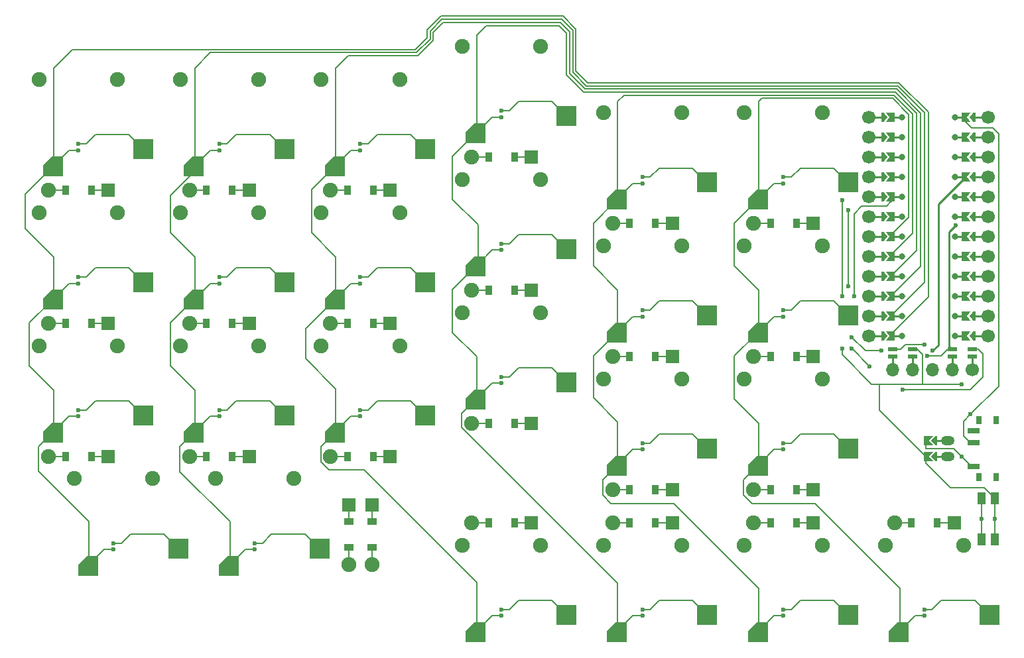
<source format=gbr>
%TF.GenerationSoftware,KiCad,Pcbnew,8.0.7*%
%TF.CreationDate,2025-01-05T11:09:37-06:00*%
%TF.ProjectId,omega_pcb_mbx_b0.2,6f6d6567-615f-4706-9362-5f6d62785f62,v1.0.0*%
%TF.SameCoordinates,Original*%
%TF.FileFunction,Copper,L1,Top*%
%TF.FilePolarity,Positive*%
%FSLAX46Y46*%
G04 Gerber Fmt 4.6, Leading zero omitted, Abs format (unit mm)*
G04 Created by KiCad (PCBNEW 8.0.7) date 2025-01-05 11:09:37*
%MOMM*%
%LPD*%
G01*
G04 APERTURE LIST*
G04 Aperture macros list*
%AMOutline5P*
0 Free polygon, 5 corners , with rotation*
0 The origin of the aperture is its center*
0 number of corners: always 5*
0 $1 to $10 corner X, Y*
0 $11 Rotation angle, in degrees counterclockwise*
0 create outline with 5 corners*
4,1,5,$1,$2,$3,$4,$5,$6,$7,$8,$9,$10,$1,$2,$11*%
%AMOutline6P*
0 Free polygon, 6 corners , with rotation*
0 The origin of the aperture is its center*
0 number of corners: always 6*
0 $1 to $12 corner X, Y*
0 $13 Rotation angle, in degrees counterclockwise*
0 create outline with 6 corners*
4,1,6,$1,$2,$3,$4,$5,$6,$7,$8,$9,$10,$11,$12,$1,$2,$13*%
%AMOutline7P*
0 Free polygon, 7 corners , with rotation*
0 The origin of the aperture is its center*
0 number of corners: always 7*
0 $1 to $14 corner X, Y*
0 $15 Rotation angle, in degrees counterclockwise*
0 create outline with 7 corners*
4,1,7,$1,$2,$3,$4,$5,$6,$7,$8,$9,$10,$11,$12,$13,$14,$1,$2,$15*%
%AMOutline8P*
0 Free polygon, 8 corners , with rotation*
0 The origin of the aperture is its center*
0 number of corners: always 8*
0 $1 to $16 corner X, Y*
0 $17 Rotation angle, in degrees counterclockwise*
0 create outline with 8 corners*
4,1,8,$1,$2,$3,$4,$5,$6,$7,$8,$9,$10,$11,$12,$13,$14,$15,$16,$1,$2,$17*%
%AMFreePoly0*
4,1,6,0.600000,-1.000000,0.000000,-0.400000,-0.600000,-1.000000,-0.600000,0.250000,0.600000,0.250000,0.600000,-1.000000,0.600000,-1.000000,$1*%
%AMFreePoly1*
4,1,6,0.600000,-0.200000,0.600000,-0.400000,-0.600000,-0.400000,-0.600000,-0.200000,0.000000,0.400000,0.600000,-0.200000,0.600000,-0.200000,$1*%
%AMFreePoly2*
4,1,6,0.250000,0.000000,-0.250000,-0.625000,-0.500000,-0.625000,-0.500000,0.625000,-0.250000,0.625000,0.250000,0.000000,0.250000,0.000000,$1*%
%AMFreePoly3*
4,1,6,0.500000,-0.625000,-0.650000,-0.625000,-0.150000,0.000000,-0.650000,0.625000,0.500000,0.625000,0.500000,-0.625000,0.500000,-0.625000,$1*%
G04 Aperture macros list end*
%TA.AperFunction,ComponentPad*%
%ADD10R,1.778000X1.778000*%
%TD*%
%TA.AperFunction,SMDPad,CuDef*%
%ADD11R,0.900000X1.200000*%
%TD*%
%TA.AperFunction,ComponentPad*%
%ADD12C,1.905000*%
%TD*%
%TA.AperFunction,ComponentPad*%
%ADD13O,1.700000X1.700000*%
%TD*%
%TA.AperFunction,ComponentPad*%
%ADD14C,1.700000*%
%TD*%
%TA.AperFunction,SMDPad,CuDef*%
%ADD15R,1.200000X0.600000*%
%TD*%
%TA.AperFunction,SMDPad,CuDef*%
%ADD16R,1.200000X0.900000*%
%TD*%
%TA.AperFunction,ComponentPad*%
%ADD17C,1.900000*%
%TD*%
%TA.AperFunction,SMDPad,CuDef*%
%ADD18Outline5P,-1.300000X1.300000X1.300000X1.300000X1.300000X-0.117000X0.117000X-1.300000X-1.300000X-1.300000X180.000000*%
%TD*%
%TA.AperFunction,SMDPad,CuDef*%
%ADD19R,2.600000X2.600000*%
%TD*%
%TA.AperFunction,SMDPad,CuDef*%
%ADD20R,1.000000X1.550000*%
%TD*%
%TA.AperFunction,SMDPad,CuDef*%
%ADD21FreePoly0,90.000000*%
%TD*%
%TA.AperFunction,ComponentPad*%
%ADD22O,1.750000X1.200000*%
%TD*%
%TA.AperFunction,SMDPad,CuDef*%
%ADD23FreePoly1,90.000000*%
%TD*%
%TA.AperFunction,SMDPad,CuDef*%
%ADD24FreePoly2,180.000000*%
%TD*%
%TA.AperFunction,SMDPad,CuDef*%
%ADD25FreePoly2,0.000000*%
%TD*%
%TA.AperFunction,ComponentPad*%
%ADD26C,0.800000*%
%TD*%
%TA.AperFunction,SMDPad,CuDef*%
%ADD27FreePoly3,180.000000*%
%TD*%
%TA.AperFunction,SMDPad,CuDef*%
%ADD28FreePoly3,0.000000*%
%TD*%
%TA.AperFunction,SMDPad,CuDef*%
%ADD29R,0.800000X1.000000*%
%TD*%
%TA.AperFunction,SMDPad,CuDef*%
%ADD30R,1.500000X0.700000*%
%TD*%
%TA.AperFunction,ViaPad*%
%ADD31C,0.600000*%
%TD*%
%TA.AperFunction,Conductor*%
%ADD32C,0.200000*%
%TD*%
%TA.AperFunction,Conductor*%
%ADD33C,0.250000*%
%TD*%
G04 APERTURE END LIST*
D10*
%TO.P,D21,1*%
%TO.N,P10*%
X133810000Y-97500000D03*
D11*
X131650000Y-97500000D03*
%TO.P,D21,2*%
%TO.N,fifth_only*%
X128350000Y-97500000D03*
D12*
X126190000Y-97500000D03*
%TD*%
D10*
%TO.P,D6,1*%
%TO.N,P15*%
X61810000Y-55000000D03*
D11*
X59650000Y-55000000D03*
%TO.P,D6,2*%
%TO.N,pinky_top*%
X56350000Y-55000000D03*
D12*
X54190000Y-55000000D03*
%TD*%
D10*
%TO.P,D18,1*%
%TO.N,P15*%
X133810000Y-59250000D03*
D11*
X131650000Y-59250000D03*
%TO.P,D18,2*%
%TO.N,inner_top*%
X128350000Y-59250000D03*
D12*
X126190000Y-59250000D03*
%TD*%
D10*
%TO.P,D10,1*%
%TO.N,P16*%
X97810000Y-84750000D03*
D11*
X95650000Y-84750000D03*
%TO.P,D10,2*%
%TO.N,middle_bottom*%
X92350000Y-84750000D03*
D12*
X90190000Y-84750000D03*
%TD*%
D10*
%TO.P,D16,1*%
%TO.N,P16*%
X133810000Y-93250000D03*
D11*
X131650000Y-93250000D03*
%TO.P,D16,2*%
%TO.N,inner_bottom*%
X128350000Y-93250000D03*
D12*
X126190000Y-93250000D03*
%TD*%
D10*
%TO.P,D7,1*%
%TO.N,P16*%
X79810000Y-89000000D03*
D11*
X77650000Y-89000000D03*
%TO.P,D7,2*%
%TO.N,ring_bottom*%
X74350000Y-89000000D03*
D12*
X72190000Y-89000000D03*
%TD*%
D10*
%TO.P,D2,1*%
%TO.N,P14*%
X43810000Y-72000000D03*
D11*
X41650000Y-72000000D03*
%TO.P,D2,2*%
%TO.N,outer_home*%
X38350000Y-72000000D03*
D12*
X36190000Y-72000000D03*
%TD*%
D10*
%TO.P,D3,1*%
%TO.N,P15*%
X43810000Y-55000000D03*
D11*
X41650000Y-55000000D03*
%TO.P,D3,2*%
%TO.N,outer_top*%
X38350000Y-55000000D03*
D12*
X36190000Y-55000000D03*
%TD*%
D10*
%TO.P,D17,1*%
%TO.N,P14*%
X133810000Y-76250000D03*
D11*
X131650000Y-76250000D03*
%TO.P,D17,2*%
%TO.N,inner_home*%
X128350000Y-76250000D03*
D12*
X126190000Y-76250000D03*
%TD*%
D13*
%TO.P,DISP1,1*%
%TO.N,DISP1_1*%
X143920000Y-77950000D03*
%TO.P,DISP1,2*%
%TO.N,DISP1_2*%
X146460000Y-77950000D03*
%TO.P,DISP1,3*%
%TO.N,VCC*%
X149000000Y-77950000D03*
%TO.P,DISP1,4*%
%TO.N,DISP1_4*%
X151540000Y-77950000D03*
D14*
%TO.P,DISP1,5*%
%TO.N,DISP1_5*%
X154080000Y-77950000D03*
D15*
%TO.P,DISP1,10*%
%TO.N,DISP1_1*%
X143920000Y-76200000D03*
%TO.P,DISP1,11*%
%TO.N,DISP1_2*%
X146460000Y-76200000D03*
%TO.P,DISP1,12*%
%TO.N,DISP1_4*%
X151540000Y-76200000D03*
%TO.P,DISP1,13*%
%TO.N,DISP1_5*%
X154080000Y-76200000D03*
%TO.P,DISP1,14*%
%TO.N,P1*%
X143920000Y-75300000D03*
%TO.P,DISP1,15*%
%TO.N,GND*%
X146460000Y-75300000D03*
%TO.P,DISP1,16*%
%TO.N,P3*%
X151540000Y-75300000D03*
%TO.P,DISP1,17*%
%TO.N,P2*%
X154080000Y-75300000D03*
%TD*%
D10*
%TO.P,D1,1*%
%TO.N,P16*%
X43810000Y-89000000D03*
D11*
X41650000Y-89000000D03*
%TO.P,D1,2*%
%TO.N,outer_bottom*%
X38350000Y-89000000D03*
D12*
X36190000Y-89000000D03*
%TD*%
D10*
%TO.P,D8,1*%
%TO.N,P14*%
X79810000Y-72000000D03*
D11*
X77650000Y-72000000D03*
%TO.P,D8,2*%
%TO.N,ring_home*%
X74350000Y-72000000D03*
D12*
X72190000Y-72000000D03*
%TD*%
D10*
%TO.P,D22,1*%
%TO.N,P10*%
X151810000Y-97500000D03*
D11*
X149650000Y-97500000D03*
%TO.P,D22,2*%
%TO.N,sixth_only*%
X146350000Y-97500000D03*
D12*
X144190000Y-97500000D03*
%TD*%
D10*
%TO.P,D23,1*%
%TO.N,P10*%
X77500000Y-95190000D03*
D16*
X77500000Y-97350000D03*
%TO.P,D23,2*%
%TO.N,first_only*%
X77500000Y-100650000D03*
D12*
X77500000Y-102810000D03*
%TD*%
D10*
%TO.P,D4,1*%
%TO.N,P16*%
X61810000Y-89000000D03*
D11*
X59650000Y-89000000D03*
%TO.P,D4,2*%
%TO.N,pinky_bottom*%
X56350000Y-89000000D03*
D12*
X54190000Y-89000000D03*
%TD*%
D10*
%TO.P,D13,1*%
%TO.N,P16*%
X115810000Y-93250000D03*
D11*
X113650000Y-93250000D03*
%TO.P,D13,2*%
%TO.N,index_bottom*%
X110350000Y-93250000D03*
D12*
X108190000Y-93250000D03*
%TD*%
D10*
%TO.P,D12,1*%
%TO.N,P15*%
X97810000Y-50750000D03*
D11*
X95650000Y-50750000D03*
%TO.P,D12,2*%
%TO.N,middle_top*%
X92350000Y-50750000D03*
D12*
X90190000Y-50750000D03*
%TD*%
D10*
%TO.P,D19,1*%
%TO.N,P10*%
X97810000Y-97500000D03*
D11*
X95650000Y-97500000D03*
%TO.P,D19,2*%
%TO.N,third_only*%
X92350000Y-97500000D03*
D12*
X90190000Y-97500000D03*
%TD*%
D10*
%TO.P,D11,1*%
%TO.N,P14*%
X97810000Y-67750000D03*
D11*
X95650000Y-67750000D03*
%TO.P,D11,2*%
%TO.N,middle_home*%
X92350000Y-67750000D03*
D12*
X90190000Y-67750000D03*
%TD*%
D10*
%TO.P,D24,1*%
%TO.N,P10*%
X74500000Y-95190000D03*
D16*
X74500000Y-97350000D03*
%TO.P,D24,2*%
%TO.N,second_only*%
X74500000Y-100650000D03*
D12*
X74500000Y-102810000D03*
%TD*%
D10*
%TO.P,D9,1*%
%TO.N,P15*%
X79810000Y-55000000D03*
D11*
X77650000Y-55000000D03*
%TO.P,D9,2*%
%TO.N,ring_top*%
X74350000Y-55000000D03*
D12*
X72190000Y-55000000D03*
%TD*%
D10*
%TO.P,D20,1*%
%TO.N,P10*%
X115810000Y-97500000D03*
D11*
X113650000Y-97500000D03*
%TO.P,D20,2*%
%TO.N,fourth_only*%
X110350000Y-97500000D03*
D12*
X108190000Y-97500000D03*
%TD*%
D10*
%TO.P,D15,1*%
%TO.N,P15*%
X115810000Y-59250000D03*
D11*
X113650000Y-59250000D03*
%TO.P,D15,2*%
%TO.N,index_top*%
X110350000Y-59250000D03*
D12*
X108190000Y-59250000D03*
%TD*%
D10*
%TO.P,D14,1*%
%TO.N,P14*%
X115810000Y-76250000D03*
D11*
X113650000Y-76250000D03*
%TO.P,D14,2*%
%TO.N,index_home*%
X110350000Y-76250000D03*
D12*
X108190000Y-76250000D03*
%TD*%
D10*
%TO.P,D5,1*%
%TO.N,P14*%
X61810000Y-72000000D03*
D11*
X59650000Y-72000000D03*
%TO.P,D5,2*%
%TO.N,pinky_home*%
X56350000Y-72000000D03*
D12*
X54190000Y-72000000D03*
%TD*%
D17*
%TO.P,S21,*%
%TO.N,*%
X99000000Y-100350000D03*
X89000000Y-100350000D03*
D18*
%TO.P,S21,1*%
%TO.N,P7*%
X90725000Y-111450000D03*
D19*
%TO.P,S21,2*%
%TO.N,third_only*%
X102275000Y-109250000D03*
%TD*%
D20*
%TO.P,RST1,1*%
%TO.N,GND*%
X157000000Y-99625000D03*
%TO.P,RST1,2*%
%TO.N,RST*%
X155300000Y-99625000D03*
%TO.P,RST1,3*%
%TO.N,GND*%
X157000000Y-94375000D03*
%TO.P,RST1,4*%
%TO.N,RST*%
X155300000Y-94375000D03*
%TD*%
D17*
%TO.P,S20,*%
%TO.N,*%
X67500000Y-91850000D03*
X57500000Y-91850000D03*
D18*
%TO.P,S20,1*%
%TO.N,P8*%
X59225000Y-102950000D03*
D19*
%TO.P,S20,2*%
%TO.N,second_only*%
X70775000Y-100750000D03*
%TD*%
D17*
%TO.P,S5,*%
%TO.N,*%
X63000000Y-57850000D03*
X53000000Y-57850000D03*
D18*
%TO.P,S5,1*%
%TO.N,P8*%
X54725000Y-68950000D03*
D19*
%TO.P,S5,2*%
%TO.N,pinky_home*%
X66275000Y-66750000D03*
%TD*%
D17*
%TO.P,S13,*%
%TO.N,*%
X117000000Y-79100000D03*
X107000000Y-79100000D03*
D18*
%TO.P,S13,1*%
%TO.N,P5*%
X108725000Y-90200000D03*
D19*
%TO.P,S13,2*%
%TO.N,index_bottom*%
X120275000Y-88000000D03*
%TD*%
D17*
%TO.P,S4,*%
%TO.N,*%
X63000000Y-74850000D03*
X53000000Y-74850000D03*
D18*
%TO.P,S4,1*%
%TO.N,P8*%
X54725000Y-85950000D03*
D19*
%TO.P,S4,2*%
%TO.N,pinky_bottom*%
X66275000Y-83750000D03*
%TD*%
D17*
%TO.P,S6,*%
%TO.N,*%
X63000000Y-40850000D03*
X53000000Y-40850000D03*
D18*
%TO.P,S6,1*%
%TO.N,P8*%
X54725000Y-51950000D03*
D19*
%TO.P,S6,2*%
%TO.N,pinky_top*%
X66275000Y-49750000D03*
%TD*%
D17*
%TO.P,S11,*%
%TO.N,*%
X99000000Y-53600000D03*
X89000000Y-53600000D03*
D18*
%TO.P,S11,1*%
%TO.N,P6*%
X90725000Y-64700000D03*
D19*
%TO.P,S11,2*%
%TO.N,middle_home*%
X102275000Y-62500000D03*
%TD*%
D17*
%TO.P,S12,*%
%TO.N,*%
X99000000Y-36600000D03*
X89000000Y-36600000D03*
D18*
%TO.P,S12,1*%
%TO.N,P6*%
X90725000Y-47700000D03*
D19*
%TO.P,S12,2*%
%TO.N,middle_top*%
X102275000Y-45500000D03*
%TD*%
D17*
%TO.P,S2,*%
%TO.N,*%
X45000000Y-57850000D03*
X35000000Y-57850000D03*
D18*
%TO.P,S2,1*%
%TO.N,P9*%
X36725000Y-68950000D03*
D19*
%TO.P,S2,2*%
%TO.N,outer_home*%
X48275000Y-66750000D03*
%TD*%
D17*
%TO.P,S3,*%
%TO.N,*%
X45000000Y-40850000D03*
X35000000Y-40850000D03*
D18*
%TO.P,S3,1*%
%TO.N,P9*%
X36725000Y-51950000D03*
D19*
%TO.P,S3,2*%
%TO.N,outer_top*%
X48275000Y-49750000D03*
%TD*%
D21*
%TO.P,JST1,1*%
%TO.N,BAT_P*%
X148184000Y-87000000D03*
%TO.P,JST1,2*%
%TO.N,GND*%
X148184000Y-89000000D03*
D22*
%TO.P,JST1,11*%
%TO.N,JST1_1*%
X151000000Y-87000000D03*
%TO.P,JST1,12*%
%TO.N,JST1_2*%
X151000000Y-89000000D03*
D23*
%TO.P,JST1,21*%
%TO.N,JST1_1*%
X149200000Y-87000000D03*
%TO.P,JST1,22*%
%TO.N,JST1_2*%
X149200000Y-89000000D03*
%TD*%
D24*
%TO.P,MCU1,1*%
%TO.N,MCU1_1*%
X154000000Y-45650000D03*
D14*
X156120000Y-45650000D03*
D24*
%TO.P,MCU1,2*%
%TO.N,MCU1_2*%
X154000000Y-48190000D03*
D14*
X156120000Y-48190000D03*
D24*
%TO.P,MCU1,3*%
%TO.N,MCU1_3*%
X154000000Y-50730000D03*
D14*
X156120000Y-50730000D03*
D24*
%TO.P,MCU1,4*%
%TO.N,MCU1_4*%
X154000000Y-53270000D03*
D14*
X156120000Y-53270000D03*
D24*
%TO.P,MCU1,5*%
%TO.N,MCU1_5*%
X154000000Y-55810000D03*
D14*
X156120000Y-55810000D03*
D24*
%TO.P,MCU1,6*%
%TO.N,MCU1_6*%
X154000000Y-58350000D03*
D14*
X156120000Y-58350000D03*
D24*
%TO.P,MCU1,7*%
%TO.N,MCU1_7*%
X154000000Y-60890000D03*
D14*
X156120000Y-60890000D03*
D24*
%TO.P,MCU1,8*%
%TO.N,MCU1_8*%
X154000000Y-63430000D03*
D14*
X156120000Y-63430000D03*
D24*
%TO.P,MCU1,9*%
%TO.N,MCU1_9*%
X154000000Y-65970000D03*
D14*
X156120000Y-65970000D03*
D24*
%TO.P,MCU1,10*%
%TO.N,MCU1_10*%
X154000000Y-68510000D03*
D14*
X156120000Y-68510000D03*
D24*
%TO.P,MCU1,11*%
%TO.N,MCU1_11*%
X154000000Y-71050000D03*
D14*
X156120000Y-71050000D03*
D24*
%TO.P,MCU1,12*%
%TO.N,MCU1_12*%
X154000000Y-73590000D03*
D14*
X156120000Y-73590000D03*
%TO.P,MCU1,13*%
%TO.N,MCU1_13*%
X140880000Y-73590000D03*
D25*
X143000000Y-73590000D03*
D14*
%TO.P,MCU1,14*%
%TO.N,MCU1_14*%
X140880000Y-71050000D03*
D25*
X143000000Y-71050000D03*
D14*
%TO.P,MCU1,15*%
%TO.N,MCU1_15*%
X140880000Y-68510000D03*
D25*
X143000000Y-68510000D03*
D14*
%TO.P,MCU1,16*%
%TO.N,MCU1_16*%
X140880000Y-65970000D03*
D25*
X143000000Y-65970000D03*
D14*
%TO.P,MCU1,17*%
%TO.N,MCU1_17*%
X140880000Y-63430000D03*
D25*
X143000000Y-63430000D03*
D14*
%TO.P,MCU1,18*%
%TO.N,MCU1_18*%
X140880000Y-60890000D03*
D25*
X143000000Y-60890000D03*
D14*
%TO.P,MCU1,19*%
%TO.N,MCU1_19*%
X140880000Y-58350000D03*
D25*
X143000000Y-58350000D03*
D14*
%TO.P,MCU1,20*%
%TO.N,MCU1_20*%
X140880000Y-55810000D03*
D25*
X143000000Y-55810000D03*
D14*
%TO.P,MCU1,21*%
%TO.N,MCU1_21*%
X140880000Y-53270000D03*
D25*
X143000000Y-53270000D03*
D14*
%TO.P,MCU1,22*%
%TO.N,MCU1_22*%
X140880000Y-50730000D03*
D25*
X143000000Y-50730000D03*
D14*
%TO.P,MCU1,23*%
%TO.N,MCU1_23*%
X140880000Y-48190000D03*
D25*
X143000000Y-48190000D03*
D14*
%TO.P,MCU1,24*%
%TO.N,MCU1_24*%
X140880000Y-45650000D03*
D25*
X143000000Y-45650000D03*
D26*
%TO.P,MCU1,101*%
%TO.N,RAW*%
X151900000Y-45650000D03*
D27*
X153275000Y-45650000D03*
D26*
%TO.P,MCU1,102*%
%TO.N,GND*%
X151900000Y-48190000D03*
D27*
X153275000Y-48190000D03*
D26*
%TO.P,MCU1,103*%
%TO.N,RST*%
X151900000Y-50730000D03*
D27*
X153275000Y-50730000D03*
D26*
%TO.P,MCU1,104*%
%TO.N,VCC*%
X151900000Y-53270000D03*
D27*
X153275000Y-53270000D03*
D26*
%TO.P,MCU1,105*%
%TO.N,P21*%
X151900000Y-55810000D03*
D27*
X153275000Y-55810000D03*
D26*
%TO.P,MCU1,106*%
%TO.N,P20*%
X151900000Y-58350000D03*
D27*
X153275000Y-58350000D03*
D26*
%TO.P,MCU1,107*%
%TO.N,P19*%
X151900000Y-60890000D03*
D27*
X153275000Y-60890000D03*
D26*
%TO.P,MCU1,108*%
%TO.N,P18*%
X151900000Y-63430000D03*
D27*
X153275000Y-63430000D03*
D26*
%TO.P,MCU1,109*%
%TO.N,P15*%
X151900000Y-65970000D03*
D27*
X153275000Y-65970000D03*
D26*
%TO.P,MCU1,110*%
%TO.N,P14*%
X151900000Y-68510000D03*
D27*
X153275000Y-68510000D03*
D26*
%TO.P,MCU1,111*%
%TO.N,P16*%
X151900000Y-71050000D03*
D27*
X153275000Y-71050000D03*
D26*
%TO.P,MCU1,112*%
%TO.N,P10*%
X151900000Y-73590000D03*
D27*
X153275000Y-73590000D03*
D28*
%TO.P,MCU1,113*%
%TO.N,P9*%
X143725000Y-73590000D03*
D26*
X145100000Y-73590000D03*
D28*
%TO.P,MCU1,114*%
%TO.N,P8*%
X143725000Y-71050000D03*
D26*
X145100000Y-71050000D03*
D28*
%TO.P,MCU1,115*%
%TO.N,P7*%
X143725000Y-68510000D03*
D26*
X145100000Y-68510000D03*
D28*
%TO.P,MCU1,116*%
%TO.N,P6*%
X143725000Y-65970000D03*
D26*
X145100000Y-65970000D03*
D28*
%TO.P,MCU1,117*%
%TO.N,P5*%
X143725000Y-63430000D03*
D26*
X145100000Y-63430000D03*
D28*
%TO.P,MCU1,118*%
%TO.N,P4*%
X143725000Y-60890000D03*
D26*
X145100000Y-60890000D03*
D28*
%TO.P,MCU1,119*%
%TO.N,P3*%
X143725000Y-58350000D03*
D26*
X145100000Y-58350000D03*
D28*
%TO.P,MCU1,120*%
%TO.N,P2*%
X143725000Y-55810000D03*
D26*
X145100000Y-55810000D03*
D28*
%TO.P,MCU1,121*%
%TO.N,GND*%
X143725000Y-53270000D03*
D26*
X145100000Y-53270000D03*
D28*
%TO.P,MCU1,122*%
X143725000Y-50730000D03*
D26*
X145100000Y-50730000D03*
D28*
%TO.P,MCU1,123*%
%TO.N,P0*%
X143725000Y-48190000D03*
D26*
X145100000Y-48190000D03*
D28*
%TO.P,MCU1,124*%
%TO.N,P1*%
X143725000Y-45650000D03*
D26*
X145100000Y-45650000D03*
%TD*%
D17*
%TO.P,S18,*%
%TO.N,*%
X135000000Y-45100000D03*
X125000000Y-45100000D03*
D18*
%TO.P,S18,1*%
%TO.N,P4*%
X126725000Y-56200000D03*
D19*
%TO.P,S18,2*%
%TO.N,inner_top*%
X138275000Y-54000000D03*
%TD*%
D17*
%TO.P,S22,*%
%TO.N,*%
X117000000Y-100350000D03*
X107000000Y-100350000D03*
D18*
%TO.P,S22,1*%
%TO.N,P6*%
X108725000Y-111450000D03*
D19*
%TO.P,S22,2*%
%TO.N,fourth_only*%
X120275000Y-109250000D03*
%TD*%
D17*
%TO.P,S7,*%
%TO.N,*%
X81000000Y-74850000D03*
X71000000Y-74850000D03*
D18*
%TO.P,S7,1*%
%TO.N,P7*%
X72725000Y-85950000D03*
D19*
%TO.P,S7,2*%
%TO.N,ring_bottom*%
X84275000Y-83750000D03*
%TD*%
D17*
%TO.P,S1,*%
%TO.N,*%
X45000000Y-74850000D03*
X35000000Y-74850000D03*
D18*
%TO.P,S1,1*%
%TO.N,P9*%
X36725000Y-85950000D03*
D19*
%TO.P,S1,2*%
%TO.N,outer_bottom*%
X48275000Y-83750000D03*
%TD*%
D17*
%TO.P,S24,*%
%TO.N,*%
X153000000Y-100350000D03*
X143000000Y-100350000D03*
D18*
%TO.P,S24,1*%
%TO.N,P4*%
X144725000Y-111450000D03*
D19*
%TO.P,S24,2*%
%TO.N,sixth_only*%
X156275000Y-109250000D03*
%TD*%
D17*
%TO.P,S15,*%
%TO.N,*%
X117000000Y-45100000D03*
X107000000Y-45100000D03*
D18*
%TO.P,S15,1*%
%TO.N,P5*%
X108725000Y-56200000D03*
D19*
%TO.P,S15,2*%
%TO.N,index_top*%
X120275000Y-54000000D03*
%TD*%
D17*
%TO.P,S19,*%
%TO.N,*%
X49500000Y-91850000D03*
X39500000Y-91850000D03*
D18*
%TO.P,S19,1*%
%TO.N,P9*%
X41225000Y-102950000D03*
D19*
%TO.P,S19,2*%
%TO.N,first_only*%
X52775000Y-100750000D03*
%TD*%
D17*
%TO.P,S23,*%
%TO.N,*%
X135000000Y-100350000D03*
X125000000Y-100350000D03*
D18*
%TO.P,S23,1*%
%TO.N,P5*%
X126725000Y-111450000D03*
D19*
%TO.P,S23,2*%
%TO.N,fifth_only*%
X138275000Y-109250000D03*
%TD*%
D17*
%TO.P,S17,*%
%TO.N,*%
X135000000Y-62100000D03*
X125000000Y-62100000D03*
D18*
%TO.P,S17,1*%
%TO.N,P4*%
X126725000Y-73200000D03*
D19*
%TO.P,S17,2*%
%TO.N,inner_home*%
X138275000Y-71000000D03*
%TD*%
D29*
%TO.P,PWR1,*%
%TO.N,*%
X154915000Y-84350000D03*
X154915000Y-91650000D03*
X157125000Y-84350000D03*
X157125000Y-91650000D03*
D30*
%TO.P,PWR1,1*%
%TO.N,BAT_P*%
X154265000Y-90250000D03*
%TO.P,PWR1,2*%
%TO.N,RAW*%
X154265000Y-87250000D03*
%TO.P,PWR1,3*%
%TO.N,N/C*%
X154265000Y-85750000D03*
%TD*%
D17*
%TO.P,S9,*%
%TO.N,*%
X81000000Y-40850000D03*
X71000000Y-40850000D03*
D18*
%TO.P,S9,1*%
%TO.N,P7*%
X72725000Y-51950000D03*
D19*
%TO.P,S9,2*%
%TO.N,ring_top*%
X84275000Y-49750000D03*
%TD*%
D17*
%TO.P,S16,*%
%TO.N,*%
X135000000Y-79100000D03*
X125000000Y-79100000D03*
D18*
%TO.P,S16,1*%
%TO.N,P4*%
X126725000Y-90200000D03*
D19*
%TO.P,S16,2*%
%TO.N,inner_bottom*%
X138275000Y-88000000D03*
%TD*%
D17*
%TO.P,S10,*%
%TO.N,*%
X99000000Y-70600000D03*
X89000000Y-70600000D03*
D18*
%TO.P,S10,1*%
%TO.N,P6*%
X90725000Y-81700000D03*
D19*
%TO.P,S10,2*%
%TO.N,middle_bottom*%
X102275000Y-79500000D03*
%TD*%
D17*
%TO.P,S14,*%
%TO.N,*%
X117000000Y-62100000D03*
X107000000Y-62100000D03*
D18*
%TO.P,S14,1*%
%TO.N,P5*%
X108725000Y-73200000D03*
D19*
%TO.P,S14,2*%
%TO.N,index_home*%
X120275000Y-71000000D03*
%TD*%
D17*
%TO.P,S8,*%
%TO.N,*%
X81000000Y-57850000D03*
X71000000Y-57850000D03*
D18*
%TO.P,S8,1*%
%TO.N,P7*%
X72725000Y-68950000D03*
D19*
%TO.P,S8,2*%
%TO.N,ring_home*%
X84275000Y-66750000D03*
%TD*%
D31*
%TO.N,P9*%
X40000000Y-49875000D03*
X40000000Y-83875000D03*
X44500000Y-100875000D03*
X40000000Y-66875000D03*
%TO.N,outer_bottom*%
X40000000Y-83075000D03*
%TO.N,GND*%
X157000000Y-97000000D03*
X152750000Y-79750000D03*
X137500000Y-68500000D03*
X137500000Y-75241420D03*
X137500000Y-56250000D03*
%TO.N,outer_home*%
X40000000Y-66075000D03*
%TO.N,outer_top*%
X40000000Y-49075000D03*
%TO.N,P8*%
X58000000Y-49875000D03*
X62500000Y-100875000D03*
X58000000Y-83875000D03*
X58000000Y-66875000D03*
%TO.N,pinky_bottom*%
X58000000Y-83075000D03*
%TO.N,pinky_home*%
X58000000Y-66075000D03*
%TO.N,pinky_top*%
X58000000Y-49075000D03*
%TO.N,P7*%
X94000000Y-109375000D03*
X76000000Y-49875000D03*
X76000000Y-66875000D03*
X76000000Y-83875000D03*
%TO.N,ring_bottom*%
X76000000Y-83075000D03*
%TO.N,ring_home*%
X76000000Y-66075000D03*
%TO.N,ring_top*%
X76000000Y-49075000D03*
%TO.N,P6*%
X94000000Y-79625000D03*
X112000000Y-109375000D03*
X94000000Y-45625000D03*
X94000000Y-62625000D03*
%TO.N,middle_bottom*%
X94000000Y-78825000D03*
%TO.N,middle_home*%
X94000000Y-61825000D03*
%TO.N,middle_top*%
X94000000Y-44825000D03*
%TO.N,P5*%
X112000000Y-54125000D03*
X112000000Y-88125000D03*
X112000000Y-71125000D03*
X130000000Y-109375000D03*
%TO.N,index_bottom*%
X112000000Y-87325000D03*
%TO.N,index_home*%
X112000000Y-70325000D03*
%TO.N,index_top*%
X112000000Y-53325000D03*
%TO.N,P4*%
X148000000Y-109375000D03*
X130000000Y-54125000D03*
X130000000Y-88125000D03*
X130000000Y-71125000D03*
%TO.N,inner_bottom*%
X130000000Y-87325000D03*
%TO.N,inner_home*%
X130000000Y-70325000D03*
%TO.N,inner_top*%
X130000000Y-53325000D03*
%TO.N,first_only*%
X44500000Y-100075000D03*
%TO.N,second_only*%
X62500000Y-100075000D03*
%TO.N,third_only*%
X94000000Y-108575000D03*
%TO.N,fourth_only*%
X112000000Y-108575000D03*
%TO.N,fifth_only*%
X130000000Y-108575000D03*
%TO.N,sixth_only*%
X148000000Y-108575000D03*
%TO.N,RAW*%
X153875000Y-83625000D03*
%TO.N,RST*%
X138730000Y-75250000D03*
X141000000Y-77500000D03*
X138250000Y-57500000D03*
X138250000Y-67250000D03*
X155300000Y-97000000D03*
%TO.N,VCC*%
X149000000Y-75500000D03*
%TO.N,P1*%
X148000000Y-74700000D03*
%TO.N,P2*%
X145250000Y-80500000D03*
X139000000Y-68500000D03*
X142500000Y-75500000D03*
X138730000Y-73750000D03*
%TO.N,P3*%
X148350000Y-76150000D03*
X152000000Y-59500000D03*
%TO.N,BAT_P*%
X152750000Y-89000000D03*
%TD*%
D32*
%TO.N,P9*%
X43300000Y-100875000D02*
X44500000Y-100875000D01*
X148500000Y-68639900D02*
X143725000Y-73414900D01*
X103500000Y-39739800D02*
X105010000Y-41250000D01*
X82989800Y-37000000D02*
X84500000Y-35489800D01*
X144750000Y-41250000D02*
X148500000Y-45000000D01*
X34901500Y-90882100D02*
X41350000Y-97330600D01*
X143725000Y-73414900D02*
X143725000Y-73590000D01*
X84500000Y-34500000D02*
X86250000Y-32750000D01*
X36725000Y-85950000D02*
X38800000Y-83875000D01*
X41225000Y-102950000D02*
X43300000Y-100875000D01*
X103500000Y-34411800D02*
X103500000Y-39739800D01*
X36725000Y-51950000D02*
X36850000Y-51825000D01*
X33750000Y-77411500D02*
X36850000Y-80511500D01*
X34901500Y-87773500D02*
X34901500Y-90882100D01*
X105010000Y-41250000D02*
X144750000Y-41250000D01*
X36725000Y-68950000D02*
X36850000Y-68825000D01*
X86250000Y-32750000D02*
X101838000Y-32750000D01*
X36850000Y-85825000D02*
X36725000Y-85950000D01*
X36850000Y-51825000D02*
X36850000Y-39400000D01*
X36850000Y-51825000D02*
X38800000Y-49875000D01*
X36725000Y-51950000D02*
X33200000Y-55475000D01*
X38800000Y-83875000D02*
X40000000Y-83875000D01*
X36850000Y-80511500D02*
X36850000Y-85825000D01*
X33200000Y-55475000D02*
X33200000Y-59861500D01*
X33750000Y-71925000D02*
X33750000Y-77411500D01*
X36850000Y-39400000D02*
X39250000Y-37000000D01*
X41350000Y-97330600D02*
X41350000Y-102825000D01*
X41350000Y-102825000D02*
X41225000Y-102950000D01*
X38800000Y-49875000D02*
X40000000Y-49875000D01*
X38800000Y-66875000D02*
X40000000Y-66875000D01*
X39250000Y-37000000D02*
X82989800Y-37000000D01*
D33*
X143725000Y-73590000D02*
X145100000Y-73590000D01*
D32*
X101838000Y-32750000D02*
X103500000Y-34411800D01*
X36850000Y-63511500D02*
X36850000Y-68825000D01*
X148500000Y-45000000D02*
X148500000Y-68639900D01*
X36725000Y-85950000D02*
X34901500Y-87773500D01*
X36725000Y-68950000D02*
X33750000Y-71925000D01*
X33200000Y-59861500D02*
X36850000Y-63511500D01*
X36850000Y-68825000D02*
X38800000Y-66875000D01*
X84500000Y-35489800D02*
X84500000Y-34500000D01*
%TO.N,outer_bottom*%
X48275000Y-83750000D02*
X46421000Y-81896000D01*
X46421000Y-81896000D02*
X42154000Y-81896000D01*
X42154000Y-81896000D02*
X40975000Y-83075000D01*
X36190000Y-89000000D02*
X38350000Y-89000000D01*
X40975000Y-83075000D02*
X40000000Y-83075000D01*
%TO.N,GND*%
X151282000Y-93000000D02*
X155625000Y-93000000D01*
X141250000Y-79750000D02*
X137500000Y-76000000D01*
X157000000Y-97000000D02*
X157000000Y-99625000D01*
X147060000Y-75300000D02*
X146460000Y-75300000D01*
X152750000Y-79750000D02*
X147750000Y-79750000D01*
X157000000Y-94375000D02*
X157000000Y-97000000D01*
X147750000Y-75990000D02*
X147060000Y-75300000D01*
D33*
X153275000Y-48190000D02*
X151900000Y-48190000D01*
D32*
X142250000Y-83066000D02*
X142250000Y-79750000D01*
D33*
X143725000Y-50730000D02*
X145100000Y-50730000D01*
D32*
X148184000Y-89901700D02*
X148184000Y-89000000D01*
X151282000Y-93000000D02*
X148184000Y-89901700D01*
X137500000Y-56250000D02*
X137500000Y-68500000D01*
X147750000Y-79750000D02*
X147750000Y-75990000D01*
X148184000Y-89000000D02*
X142250000Y-83066000D01*
X137500000Y-76000000D02*
X137500000Y-75241420D01*
X142250000Y-79750000D02*
X141250000Y-79750000D01*
X152750000Y-79750000D02*
X142250000Y-79750000D01*
X155625000Y-93000000D02*
X157000000Y-94375000D01*
D33*
X143725000Y-53270000D02*
X145100000Y-53270000D01*
D32*
%TO.N,outer_home*%
X48275000Y-66750000D02*
X46421000Y-64896000D01*
X46421000Y-64896000D02*
X42154000Y-64896000D01*
X40975000Y-66075000D02*
X40000000Y-66075000D01*
X42154000Y-64896000D02*
X40975000Y-66075000D01*
X36190000Y-72000000D02*
X38350000Y-72000000D01*
%TO.N,outer_top*%
X36190000Y-55000000D02*
X38350000Y-55000000D01*
X40975000Y-49075000D02*
X40000000Y-49075000D01*
X48275000Y-49750000D02*
X46421000Y-47896000D01*
X42154000Y-47896000D02*
X40975000Y-49075000D01*
X46421000Y-47896000D02*
X42154000Y-47896000D01*
%TO.N,P8*%
X54850000Y-51825000D02*
X54850000Y-39400000D01*
X56850000Y-37400000D02*
X83155500Y-37400000D01*
X103100000Y-34577500D02*
X103100000Y-39905500D01*
X101673000Y-33150000D02*
X103100000Y-34577500D01*
X51750000Y-71925000D02*
X51750000Y-77411500D01*
X148000000Y-45066000D02*
X148000000Y-66775000D01*
X148000000Y-66775000D02*
X143725000Y-71050000D01*
X54725000Y-51950000D02*
X54725000Y-52693700D01*
X61300000Y-100875000D02*
X62500000Y-100875000D01*
X84900000Y-35655500D02*
X84900000Y-34665700D01*
X54725000Y-68950000D02*
X54850000Y-68825000D01*
X51750000Y-60411500D02*
X54850000Y-63511500D01*
X51750000Y-55668700D02*
X51750000Y-60411500D01*
X54850000Y-68825000D02*
X56800000Y-66875000D01*
X54725000Y-51950000D02*
X54850000Y-51825000D01*
X54850000Y-63511500D02*
X54850000Y-68825000D01*
X59350000Y-102825000D02*
X59225000Y-102950000D01*
X54725000Y-85950000D02*
X52937500Y-87737500D01*
X59350000Y-102825000D02*
X61300000Y-100875000D01*
X54850000Y-80511500D02*
X54850000Y-85825000D01*
X144584000Y-41650000D02*
X148000000Y-45066000D01*
X52937500Y-87737500D02*
X52937500Y-90937500D01*
X103100000Y-39905500D02*
X104844000Y-41650000D01*
X54850000Y-51825000D02*
X56800000Y-49875000D01*
X54850000Y-39400000D02*
X56850000Y-37400000D01*
X56800000Y-49875000D02*
X58000000Y-49875000D01*
D33*
X143725000Y-71050000D02*
X145100000Y-71050000D01*
D32*
X83155500Y-37400000D02*
X84900000Y-35655500D01*
X86415700Y-33150000D02*
X101673000Y-33150000D01*
X51750000Y-77411500D02*
X54850000Y-80511500D01*
X54850000Y-85825000D02*
X54725000Y-85950000D01*
X52937500Y-90937500D02*
X59350000Y-97350000D01*
X84900000Y-34665700D02*
X86415700Y-33150000D01*
X54725000Y-52693700D02*
X51750000Y-55668700D01*
X56800000Y-83875000D02*
X58000000Y-83875000D01*
X54725000Y-68950000D02*
X51750000Y-71925000D01*
X56800000Y-66875000D02*
X58000000Y-66875000D01*
X104844000Y-41650000D02*
X144584000Y-41650000D01*
X59350000Y-97350000D02*
X59350000Y-102825000D01*
X54850000Y-85825000D02*
X56800000Y-83875000D01*
%TO.N,pinky_bottom*%
X66275000Y-83750000D02*
X64421000Y-81896000D01*
X54190000Y-89000000D02*
X56350000Y-89000000D01*
X64421000Y-81896000D02*
X60154000Y-81896000D01*
X58975000Y-83075000D02*
X58000000Y-83075000D01*
X60154000Y-81896000D02*
X58975000Y-83075000D01*
%TO.N,pinky_home*%
X58975000Y-66075000D02*
X58000000Y-66075000D01*
X66275000Y-66750000D02*
X64421000Y-64896000D01*
X64421000Y-64896000D02*
X60154000Y-64896000D01*
X60154000Y-64896000D02*
X58975000Y-66075000D01*
X54190000Y-72000000D02*
X56350000Y-72000000D01*
%TO.N,pinky_top*%
X66275000Y-49750000D02*
X64421000Y-47896000D01*
X58975000Y-49075000D02*
X58000000Y-49075000D01*
X54190000Y-55000000D02*
X56350000Y-55000000D01*
X64421000Y-47896000D02*
X60154000Y-47896000D01*
X60154000Y-47896000D02*
X58975000Y-49075000D01*
%TO.N,P7*%
X90850000Y-111325000D02*
X92800000Y-109375000D01*
X72850000Y-63511500D02*
X72850000Y-68825000D01*
D33*
X143725000Y-68510000D02*
X145100000Y-68510000D01*
D32*
X102700000Y-34743100D02*
X102700000Y-40071200D01*
X90850000Y-105100000D02*
X90850000Y-110670600D01*
X69750000Y-54925000D02*
X69750000Y-60411500D01*
X85300000Y-35821200D02*
X85300000Y-34831400D01*
X74800000Y-83875000D02*
X76000000Y-83875000D01*
X74450000Y-37800000D02*
X83321200Y-37800000D01*
X72850000Y-85825000D02*
X72725000Y-85950000D01*
X144419000Y-42050000D02*
X147500000Y-45131000D01*
X72725000Y-68950000D02*
X69000000Y-72675000D01*
X92800000Y-109375000D02*
X94000000Y-109375000D01*
X102700000Y-40071200D02*
X104679000Y-42050000D01*
X72725000Y-68950000D02*
X74800000Y-66875000D01*
X70937500Y-89687500D02*
X72000000Y-90750000D01*
X76500000Y-90750000D02*
X90850000Y-105100000D01*
X83321200Y-37800000D02*
X85300000Y-35821200D01*
X69000000Y-72675000D02*
X69000000Y-76500000D01*
X101507000Y-33550000D02*
X102700000Y-34743100D01*
X69750000Y-60411500D02*
X72850000Y-63511500D01*
X70937500Y-87737500D02*
X70937500Y-89687500D01*
X72725000Y-51950000D02*
X74800000Y-49875000D01*
X72850000Y-68825000D02*
X72725000Y-68950000D01*
X72725000Y-51950000D02*
X69750000Y-54925000D01*
X86581400Y-33550000D02*
X101507000Y-33550000D01*
X72850000Y-39400000D02*
X74450000Y-37800000D01*
X90850000Y-110670600D02*
X90725000Y-110795600D01*
X72850000Y-80350000D02*
X72850000Y-85825000D01*
X72850000Y-51825000D02*
X72850000Y-39400000D01*
X90850000Y-110670600D02*
X90850000Y-111325000D01*
X72000000Y-90750000D02*
X76500000Y-90750000D01*
X72725000Y-51950000D02*
X72850000Y-51825000D01*
X147500000Y-45131000D02*
X147500000Y-64735000D01*
X85300000Y-34831400D02*
X86581400Y-33550000D01*
X69000000Y-76500000D02*
X72850000Y-80350000D01*
X74800000Y-66875000D02*
X76000000Y-66875000D01*
X90725000Y-110795600D02*
X90725000Y-111450000D01*
X147500000Y-64735000D02*
X143725000Y-68510000D01*
X74800000Y-49875000D02*
X76000000Y-49875000D01*
X72725000Y-85950000D02*
X70937500Y-87737500D01*
X104679000Y-42050000D02*
X144419000Y-42050000D01*
X72850000Y-85825000D02*
X74800000Y-83875000D01*
%TO.N,ring_bottom*%
X84275000Y-83750000D02*
X82421000Y-81896000D01*
X74350000Y-89000000D02*
X72190000Y-89000000D01*
X78154000Y-81896000D02*
X76975000Y-83075000D01*
X82421000Y-81896000D02*
X78154000Y-81896000D01*
X76975000Y-83075000D02*
X76000000Y-83075000D01*
%TO.N,ring_home*%
X78154000Y-64896000D02*
X76975000Y-66075000D01*
X84275000Y-66750000D02*
X82421000Y-64896000D01*
X82421000Y-64896000D02*
X78154000Y-64896000D01*
X76975000Y-66075000D02*
X76000000Y-66075000D01*
X74350000Y-72000000D02*
X72190000Y-72000000D01*
%TO.N,ring_top*%
X82421000Y-47896000D02*
X78154000Y-47896000D01*
X78154000Y-47896000D02*
X76975000Y-49075000D01*
X74350000Y-55000000D02*
X72190000Y-55000000D01*
X84275000Y-49750000D02*
X82421000Y-47896000D01*
X76975000Y-49075000D02*
X76000000Y-49075000D01*
%TO.N,P6*%
X90850000Y-35150000D02*
X92050000Y-33950000D01*
X92050000Y-33950000D02*
X101341000Y-33950000D01*
X88937500Y-83487500D02*
X88937500Y-85312500D01*
X90725000Y-64700000D02*
X91000000Y-64425000D01*
X102300000Y-40236900D02*
X104513000Y-42450000D01*
X87750000Y-73161500D02*
X90850000Y-76261500D01*
X92800000Y-79625000D02*
X94000000Y-79625000D01*
X102300000Y-34908800D02*
X102300000Y-40236900D01*
X90850000Y-76261500D02*
X90850000Y-81575000D01*
X104513000Y-42450000D02*
X144253000Y-42450000D01*
D33*
X143725000Y-65970000D02*
X145100000Y-65970000D01*
D32*
X88937500Y-85312500D02*
X108850000Y-105225000D01*
X101341000Y-33950000D02*
X102300000Y-34908800D01*
X90850000Y-81575000D02*
X90725000Y-81700000D01*
X90850000Y-81575000D02*
X92800000Y-79625000D01*
X108850000Y-105225000D02*
X108850000Y-111325000D01*
X144253000Y-42450000D02*
X147000000Y-45197000D01*
X87750000Y-67675000D02*
X87750000Y-73161500D01*
X108850000Y-111325000D02*
X108725000Y-111450000D01*
X90850000Y-47575000D02*
X90850000Y-35150000D01*
X147000000Y-62695000D02*
X143725000Y-65970000D01*
X147000000Y-45197000D02*
X147000000Y-62695000D01*
X92800000Y-62625000D02*
X94000000Y-62625000D01*
X90725000Y-47700000D02*
X90850000Y-47575000D01*
X90725000Y-64700000D02*
X87750000Y-67675000D01*
X90725000Y-81700000D02*
X88937500Y-83487500D01*
X87750000Y-50675000D02*
X87750000Y-56161500D01*
X90725000Y-47700000D02*
X87750000Y-50675000D01*
X91000000Y-64425000D02*
X92800000Y-62625000D01*
X90725000Y-47700000D02*
X92800000Y-45625000D01*
X87750000Y-56161500D02*
X91000000Y-59411500D01*
X92800000Y-45625000D02*
X94000000Y-45625000D01*
X91000000Y-59411500D02*
X91000000Y-64425000D01*
X110800000Y-109375000D02*
X112000000Y-109375000D01*
X108725000Y-111450000D02*
X110800000Y-109375000D01*
%TO.N,middle_bottom*%
X102275000Y-79500000D02*
X100421000Y-77646000D01*
X90190000Y-84750000D02*
X92350000Y-84750000D01*
X100421000Y-77646000D02*
X96154000Y-77646000D01*
X96154000Y-77646000D02*
X94975000Y-78825000D01*
X94975000Y-78825000D02*
X94000000Y-78825000D01*
%TO.N,middle_home*%
X100421000Y-60646000D02*
X96154000Y-60646000D01*
X90190000Y-67750000D02*
X92350000Y-67750000D01*
X102275000Y-62500000D02*
X100421000Y-60646000D01*
X94975000Y-61825000D02*
X94000000Y-61825000D01*
X96154000Y-60646000D02*
X94975000Y-61825000D01*
%TO.N,middle_top*%
X100421000Y-43646000D02*
X96154000Y-43646000D01*
X90190000Y-50750000D02*
X92350000Y-50750000D01*
X102275000Y-45500000D02*
X100421000Y-43646000D01*
X96154000Y-43646000D02*
X94975000Y-44825000D01*
X94975000Y-44825000D02*
X94000000Y-44825000D01*
%TO.N,P5*%
X146500000Y-60479900D02*
X143725000Y-63254900D01*
X126725000Y-111450000D02*
X126850000Y-111325000D01*
X105750000Y-81500000D02*
X108850000Y-84600000D01*
X108725000Y-56200000D02*
X110800000Y-54125000D01*
X108725000Y-90200000D02*
X106938000Y-91987500D01*
X108850000Y-67761500D02*
X108850000Y-73075000D01*
X108725000Y-56200000D02*
X105750000Y-59175000D01*
X108850000Y-56075000D02*
X108850000Y-43650000D01*
X105750000Y-59175000D02*
X105750000Y-64661500D01*
X108725000Y-90200000D02*
X110800000Y-88125000D01*
X108850000Y-84600000D02*
X108850000Y-90075000D01*
X108000000Y-95000000D02*
X116000000Y-95000000D01*
X108850000Y-73075000D02*
X108725000Y-73200000D01*
X105750000Y-64661500D02*
X108850000Y-67761500D01*
X105750000Y-76175000D02*
X105750000Y-81500000D01*
X106938000Y-91987500D02*
X106938000Y-93937500D01*
X146500000Y-45263000D02*
X146500000Y-60479900D01*
X128800000Y-109375000D02*
X130000000Y-109375000D01*
X126850000Y-105850000D02*
X126850000Y-111325000D01*
X108725000Y-73200000D02*
X110800000Y-71125000D01*
X110800000Y-88125000D02*
X112000000Y-88125000D01*
X110800000Y-71125000D02*
X112000000Y-71125000D01*
X109650000Y-42850000D02*
X144087000Y-42850000D01*
X108850000Y-90075000D02*
X108725000Y-90200000D01*
X144087000Y-42850000D02*
X146500000Y-45263000D01*
X106938000Y-93937500D02*
X108000000Y-95000000D01*
X108850000Y-43650000D02*
X109650000Y-42850000D01*
X126850000Y-111325000D02*
X128800000Y-109375000D01*
X110800000Y-54125000D02*
X112000000Y-54125000D01*
X116000000Y-95000000D02*
X126850000Y-105850000D01*
D33*
X143725000Y-63430000D02*
X145100000Y-63430000D01*
D32*
X143725000Y-63254900D02*
X143725000Y-63430000D01*
X108725000Y-73200000D02*
X105750000Y-76175000D01*
X108725000Y-56200000D02*
X108850000Y-56075000D01*
%TO.N,index_bottom*%
X120275000Y-88000000D02*
X118421000Y-86146000D01*
X112975000Y-87325000D02*
X112000000Y-87325000D01*
X114154000Y-86146000D02*
X112975000Y-87325000D01*
X108190000Y-93250000D02*
X110350000Y-93250000D01*
X118421000Y-86146000D02*
X114154000Y-86146000D01*
%TO.N,index_home*%
X114154000Y-69146000D02*
X112975000Y-70325000D01*
X120275000Y-71000000D02*
X118421000Y-69146000D01*
X108190000Y-76250000D02*
X110350000Y-76250000D01*
X112975000Y-70325000D02*
X112000000Y-70325000D01*
X118421000Y-69146000D02*
X114154000Y-69146000D01*
%TO.N,index_top*%
X108190000Y-59250000D02*
X110350000Y-59250000D01*
X118421000Y-52146000D02*
X114154000Y-52146000D01*
X120275000Y-54000000D02*
X118421000Y-52146000D01*
X114154000Y-52146000D02*
X112975000Y-53325000D01*
X112975000Y-53325000D02*
X112000000Y-53325000D01*
%TO.N,P4*%
X128800000Y-88125000D02*
X130000000Y-88125000D01*
X126850000Y-56075000D02*
X126850000Y-43650000D01*
X126850000Y-67761500D02*
X126850000Y-73075000D01*
X144850000Y-105850000D02*
X144850000Y-111325000D01*
X126725000Y-90200000D02*
X124938000Y-91987500D01*
X126725000Y-56200000D02*
X123750000Y-59175000D01*
X143725000Y-60714900D02*
X143725000Y-60890000D01*
X144725000Y-111450000D02*
X146800000Y-109375000D01*
X128800000Y-71125000D02*
X130000000Y-71125000D01*
X123750000Y-59175000D02*
X123750000Y-64661500D01*
X144850000Y-111325000D02*
X144725000Y-111450000D01*
X146000000Y-45328000D02*
X146000000Y-58439900D01*
X126850000Y-43650000D02*
X127250000Y-43250000D01*
X126725000Y-56200000D02*
X126850000Y-56075000D01*
X123750000Y-64661500D02*
X126850000Y-67761500D01*
X124938000Y-91987500D02*
X124938000Y-93937500D01*
X134000000Y-95000000D02*
X144850000Y-105850000D01*
X127250000Y-43250000D02*
X143922000Y-43250000D01*
X124938000Y-93937500D02*
X126000000Y-95000000D01*
X126725000Y-73200000D02*
X123750000Y-76175000D01*
X126850000Y-73075000D02*
X126725000Y-73200000D01*
X143922000Y-43250000D02*
X146000000Y-45328000D01*
X128800000Y-54125000D02*
X130000000Y-54125000D01*
X126000000Y-95000000D02*
X134000000Y-95000000D01*
X126725000Y-56200000D02*
X128800000Y-54125000D01*
X123750000Y-76175000D02*
X123750000Y-81661500D01*
X126850000Y-90075000D02*
X126725000Y-90200000D01*
X123750000Y-81661500D02*
X126850000Y-84761500D01*
X126850000Y-84761500D02*
X126850000Y-90075000D01*
X126850000Y-90075000D02*
X128800000Y-88125000D01*
X146000000Y-58439900D02*
X143725000Y-60714900D01*
X146800000Y-109375000D02*
X148000000Y-109375000D01*
X126850000Y-73075000D02*
X128800000Y-71125000D01*
D33*
X143725000Y-60890000D02*
X145100000Y-60890000D01*
D32*
%TO.N,inner_bottom*%
X136421000Y-86146000D02*
X132154000Y-86146000D01*
X138275000Y-88000000D02*
X136421000Y-86146000D01*
X126190000Y-93250000D02*
X128350000Y-93250000D01*
X132154000Y-86146000D02*
X130975000Y-87325000D01*
X130975000Y-87325000D02*
X130000000Y-87325000D01*
%TO.N,inner_home*%
X126190000Y-76250000D02*
X128350000Y-76250000D01*
X132154000Y-69146000D02*
X130975000Y-70325000D01*
X130975000Y-70325000D02*
X130000000Y-70325000D01*
X138275000Y-71000000D02*
X136421000Y-69146000D01*
X136421000Y-69146000D02*
X132154000Y-69146000D01*
%TO.N,inner_top*%
X126190000Y-59250000D02*
X128350000Y-59250000D01*
X138275000Y-54000000D02*
X136421000Y-52146000D01*
X136421000Y-52146000D02*
X132154000Y-52146000D01*
X132154000Y-52146000D02*
X130975000Y-53325000D01*
X130975000Y-53325000D02*
X130000000Y-53325000D01*
%TO.N,first_only*%
X46654000Y-98896000D02*
X45475000Y-100075000D01*
X45475000Y-100075000D02*
X44500000Y-100075000D01*
X50921000Y-98896000D02*
X46654000Y-98896000D01*
X52775000Y-100750000D02*
X50921000Y-98896000D01*
X77500000Y-100650000D02*
X77500000Y-102810000D01*
%TO.N,second_only*%
X70775000Y-100750000D02*
X68921000Y-98896000D01*
X64654000Y-98896000D02*
X63475000Y-100075000D01*
X68921000Y-98896000D02*
X64654000Y-98896000D01*
X63475000Y-100075000D02*
X62500000Y-100075000D01*
X74500000Y-100650000D02*
X74500000Y-102810000D01*
%TO.N,third_only*%
X94975000Y-108575000D02*
X94000000Y-108575000D01*
X100421000Y-107396000D02*
X96154000Y-107396000D01*
X90190000Y-97500000D02*
X92350000Y-97500000D01*
X102275000Y-109250000D02*
X100421000Y-107396000D01*
X96154000Y-107396000D02*
X94975000Y-108575000D01*
%TO.N,fourth_only*%
X114154000Y-107396000D02*
X112975000Y-108575000D01*
X120275000Y-109250000D02*
X118421000Y-107396000D01*
X118421000Y-107396000D02*
X114154000Y-107396000D01*
X108190000Y-97500000D02*
X110350000Y-97500000D01*
X112975000Y-108575000D02*
X112000000Y-108575000D01*
%TO.N,fifth_only*%
X138275000Y-109250000D02*
X136421000Y-107396000D01*
X130975000Y-108575000D02*
X130000000Y-108575000D01*
X126190000Y-97500000D02*
X128350000Y-97500000D01*
X132154000Y-107396000D02*
X130975000Y-108575000D01*
X136421000Y-107396000D02*
X132154000Y-107396000D01*
%TO.N,sixth_only*%
X146350000Y-97500000D02*
X144190000Y-97500000D01*
X150154000Y-107396000D02*
X148975000Y-108575000D01*
X154421000Y-107396000D02*
X150154000Y-107396000D01*
X148975000Y-108575000D02*
X148000000Y-108575000D01*
X156275000Y-109250000D02*
X154421000Y-107396000D01*
%TO.N,P16*%
X79810000Y-89000000D02*
X77650000Y-89000000D01*
X61810000Y-89000000D02*
X59650000Y-89000000D01*
X133810000Y-93250000D02*
X131650000Y-93250000D01*
X97810000Y-84750000D02*
X95650000Y-84750000D01*
X115810000Y-93250000D02*
X113650000Y-93250000D01*
D33*
X153275000Y-71050000D02*
X151900000Y-71050000D01*
D32*
X43810000Y-89000000D02*
X41650000Y-89000000D01*
%TO.N,P14*%
X115810000Y-76250000D02*
X113650000Y-76250000D01*
X79810000Y-72000000D02*
X77650000Y-72000000D01*
D33*
X153275000Y-68510000D02*
X151900000Y-68510000D01*
D32*
X43810000Y-72000000D02*
X41650000Y-72000000D01*
X133810000Y-76250000D02*
X131650000Y-76250000D01*
X97810000Y-67750000D02*
X95650000Y-67750000D01*
X61810000Y-72000000D02*
X59650000Y-72000000D01*
%TO.N,P15*%
X97810000Y-50750000D02*
X95650000Y-50750000D01*
X133810000Y-59250000D02*
X131650000Y-59250000D01*
X79810000Y-55000000D02*
X77650000Y-55000000D01*
X59650000Y-55000000D02*
X61810000Y-55000000D01*
X115810000Y-59250000D02*
X113650000Y-59250000D01*
X43810000Y-55000000D02*
X41650000Y-55000000D01*
D33*
X153275000Y-65970000D02*
X151900000Y-65970000D01*
%TO.N,P10*%
X153275000Y-73590000D02*
X151900000Y-73590000D01*
D32*
X115810000Y-97500000D02*
X113650000Y-97500000D01*
X151810000Y-97500000D02*
X149650000Y-97500000D01*
X74500000Y-97350000D02*
X74500000Y-95190000D01*
X133810000Y-97500000D02*
X131650000Y-97500000D01*
X77500000Y-95190000D02*
X77500000Y-97350000D01*
X97810000Y-97500000D02*
X95650000Y-97500000D01*
%TO.N,RAW*%
X153275000Y-46280000D02*
X153275000Y-45650000D01*
X153000000Y-84500000D02*
X153000000Y-86385000D01*
X153995000Y-47000000D02*
X153275000Y-46280000D01*
X153000000Y-86385000D02*
X153865000Y-87250000D01*
X156750000Y-47000000D02*
X153995000Y-47000000D01*
D33*
X153275000Y-45650000D02*
X151900000Y-45650000D01*
D32*
X153875000Y-83625000D02*
X153000000Y-84500000D01*
X157500000Y-80000000D02*
X157500000Y-47750000D01*
X153865000Y-87250000D02*
X154265000Y-87250000D01*
X157500000Y-47750000D02*
X156750000Y-47000000D01*
X153875000Y-83625000D02*
X157500000Y-80000000D01*
%TO.N,RST*%
X138750000Y-75250000D02*
X138730000Y-75250000D01*
X138250000Y-57500000D02*
X138250000Y-67250000D01*
X155300000Y-94375000D02*
X155300000Y-97000000D01*
X141000000Y-77500000D02*
X138750000Y-75250000D01*
X155300000Y-97000000D02*
X155300000Y-99625000D01*
D33*
X153275000Y-50730000D02*
X151900000Y-50730000D01*
%TO.N,VCC*%
X149750000Y-74750000D02*
X149750000Y-56795000D01*
X149750000Y-56795000D02*
X153275000Y-53270000D01*
X149000000Y-75500000D02*
X149750000Y-74750000D01*
X153275000Y-53270000D02*
X151900000Y-53270000D01*
%TO.N,P21*%
X153275000Y-55810000D02*
X151900000Y-55810000D01*
%TO.N,P20*%
X153275000Y-58350000D02*
X151900000Y-58350000D01*
%TO.N,P19*%
X153275000Y-60890000D02*
X151900000Y-60890000D01*
%TO.N,P18*%
X153275000Y-63430000D02*
X151900000Y-63430000D01*
D32*
%TO.N,P1*%
X145550000Y-74700000D02*
X144950000Y-75300000D01*
X148000000Y-74700000D02*
X145550000Y-74700000D01*
D33*
X143725000Y-45650000D02*
X145100000Y-45650000D01*
D32*
X144950000Y-75300000D02*
X143920000Y-75300000D01*
D33*
%TO.N,P0*%
X143725000Y-48190000D02*
X145100000Y-48190000D01*
D32*
%TO.N,P2*%
X139000000Y-68500000D02*
X139000000Y-58000300D01*
X143165000Y-57000000D02*
X143725000Y-56440000D01*
X155500000Y-78875000D02*
X155500000Y-75920000D01*
X140000300Y-57000000D02*
X143165000Y-57000000D01*
X153875000Y-80500000D02*
X155500000Y-78875000D01*
X155500000Y-75920000D02*
X154880000Y-75300000D01*
X140480000Y-75500000D02*
X138730000Y-73750000D01*
X139000000Y-58000300D02*
X140000300Y-57000000D01*
X142500000Y-75500000D02*
X140480000Y-75500000D01*
X154880000Y-75300000D02*
X154080000Y-75300000D01*
D33*
X143725000Y-55810000D02*
X145100000Y-55810000D01*
D32*
X145250000Y-80500000D02*
X153875000Y-80500000D01*
D33*
X143725000Y-56440000D02*
X143725000Y-55810000D01*
D32*
%TO.N,P3*%
X148350000Y-76150000D02*
X150100000Y-76150000D01*
D33*
X152000000Y-59500000D02*
X151175000Y-60325000D01*
X151175000Y-60325000D02*
X151175000Y-74935000D01*
X143725000Y-58350000D02*
X145100000Y-58350000D01*
X151175000Y-74935000D02*
X151540000Y-75300000D01*
D32*
X150100000Y-76150000D02*
X150950000Y-75300000D01*
X150950000Y-75300000D02*
X151540000Y-75300000D01*
D33*
%TO.N,MCU1_24*%
X140880000Y-45650000D02*
X143000000Y-45650000D01*
%TO.N,MCU1_1*%
X154000000Y-45650000D02*
X156120000Y-45650000D01*
%TO.N,MCU1_23*%
X140880000Y-48190000D02*
X143000000Y-48190000D01*
%TO.N,MCU1_2*%
X154000000Y-48190000D02*
X156120000Y-48190000D01*
%TO.N,MCU1_22*%
X140880000Y-50730000D02*
X143000000Y-50730000D01*
%TO.N,MCU1_3*%
X154000000Y-50730000D02*
X156120000Y-50730000D01*
%TO.N,MCU1_21*%
X140880000Y-53270000D02*
X143000000Y-53270000D01*
%TO.N,MCU1_4*%
X154000000Y-53270000D02*
X156120000Y-53270000D01*
%TO.N,MCU1_20*%
X140880000Y-55810000D02*
X143000000Y-55810000D01*
%TO.N,MCU1_5*%
X154000000Y-55810000D02*
X156120000Y-55810000D01*
%TO.N,MCU1_19*%
X140880000Y-58350000D02*
X143000000Y-58350000D01*
%TO.N,MCU1_6*%
X154000000Y-58350000D02*
X156120000Y-58350000D01*
%TO.N,MCU1_18*%
X140880000Y-60890000D02*
X143000000Y-60890000D01*
%TO.N,MCU1_7*%
X154000000Y-60890000D02*
X156120000Y-60890000D01*
%TO.N,MCU1_17*%
X140880000Y-63430000D02*
X143000000Y-63430000D01*
%TO.N,MCU1_8*%
X154000000Y-63430000D02*
X156120000Y-63430000D01*
%TO.N,MCU1_16*%
X140880000Y-65970000D02*
X143000000Y-65970000D01*
%TO.N,MCU1_9*%
X154000000Y-65970000D02*
X156120000Y-65970000D01*
%TO.N,MCU1_15*%
X140880000Y-68510000D02*
X143000000Y-68510000D01*
%TO.N,MCU1_10*%
X154000000Y-68510000D02*
X156120000Y-68510000D01*
%TO.N,MCU1_14*%
X140880000Y-71050000D02*
X143000000Y-71050000D01*
%TO.N,MCU1_11*%
X154000000Y-71050000D02*
X156120000Y-71050000D01*
%TO.N,MCU1_13*%
X140880000Y-73590000D02*
X143000000Y-73590000D01*
%TO.N,MCU1_12*%
X154000000Y-73590000D02*
X156120000Y-73590000D01*
%TO.N,DISP1_1*%
X143920000Y-77950000D02*
X143920000Y-76200000D01*
%TO.N,DISP1_2*%
X146460000Y-77950000D02*
X146460000Y-76200000D01*
%TO.N,DISP1_4*%
X151540000Y-77950000D02*
X151540000Y-76200000D01*
%TO.N,DISP1_5*%
X154080000Y-77950000D02*
X154080000Y-76200000D01*
D32*
%TO.N,BAT_P*%
X151750000Y-88000000D02*
X148184000Y-88000000D01*
X152750000Y-89000000D02*
X154000000Y-90250000D01*
X148184000Y-88000000D02*
X148184000Y-87000000D01*
X154000000Y-90250000D02*
X154265000Y-90250000D01*
X152750000Y-89000000D02*
X151750000Y-88000000D01*
D33*
%TO.N,JST1_1*%
X149200000Y-87000000D02*
X151000000Y-87000000D01*
%TO.N,JST1_2*%
X149200000Y-89000000D02*
X151000000Y-89000000D01*
%TD*%
M02*

</source>
